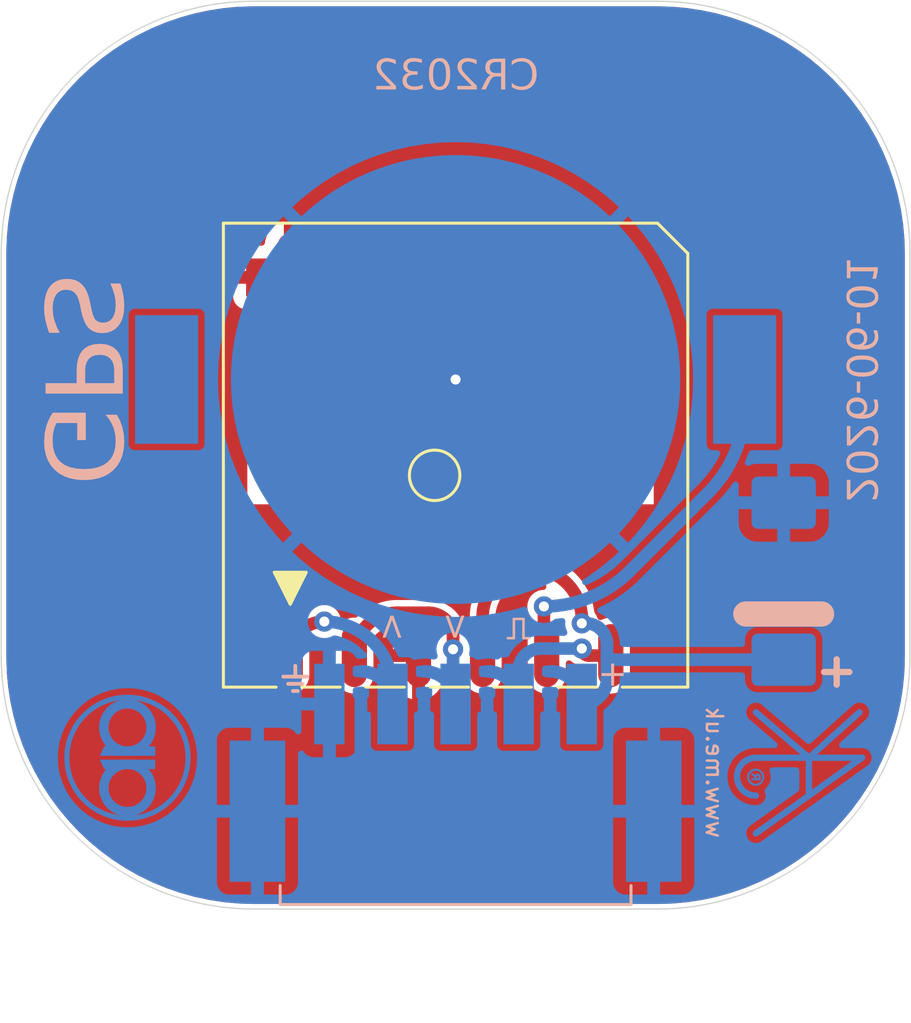
<source format=kicad_pcb>
(kicad_pcb (version 20221018) (generator pcbnew)
  (title_block (title "GPS reference") (date "${DATE}") (rev "5") (company "Adrian Kennard Andrews & Arnold Ltd") (comment 1 "www.me.uk") (comment 2 "@TheRealRevK"))
  (layers (0 "F.Cu" signal) (31 "B.Cu" signal) (34 "B.Paste" user) (35 "F.Paste" user) (36 "B.SilkS" user "B.Silkscreen") (37 "F.SilkS" user "F.Silkscreen") (38 "B.Mask" user) (39 "F.Mask" user) (44 "Edge.Cuts" user))
  (property "DATE" "2023-03-25")
  (net 0 "")
  (net 1 "GND")
  (net 2 "Net-(J1-Pin_2)")
  (net 3 "Net-(J1-Pin_3)")
  (net 4 "Net-(J1-Pin_4)")
  (net 5 "Net-(J1-Pin_5)")
  (net 6 "BAT")
  (footprint "RevK:L86-M33" (layer "F.Cu") (at 100 100 -90)
    (fp_text reference "U1" hide)
    (fp_text value "L86-M33")
    (fp_line (start -9.2 9.2) (end -9.2 -8) (stroke (width 0.12)) (layer "F.SilkS"))
    (fp_line (start -9.2 9.2) (end 9.2 9.2) (stroke (width 0.12)) (layer "F.SilkS"))
    (fp_line (start -8 -9.2) (end -9.2 -8) (stroke (width 0.12)) (layer "F.SilkS"))
    (fp_line (start -8 -9.2) (end 9.2 -9.2) (stroke (width 0.12)) (layer "F.SilkS"))
    (fp_line (start 9.2 -9.2) (end 9.2 -6.604) (stroke (width 0.12)) (layer "F.SilkS"))
    (fp_line (start 9.2 -5.6) (end 9.2 -4.064) (stroke (width 0.12)) (layer "F.SilkS"))
    (fp_line (start 9.2 -3) (end 9.2 -1.524) (stroke (width 0.12)) (layer "F.SilkS"))
    (fp_line (start 9.2 -0.508) (end 9.2 1) (stroke (width 0.12)) (layer "F.SilkS"))
    (fp_line (start 9.2 2.032) (end 9.2 3.556) (stroke (width 0.12)) (layer "F.SilkS"))
    (fp_line (start 9.2 4.572) (end 9.2 6.096) (stroke (width 0.12)) (layer "F.SilkS"))
    (fp_line (start 9.2 9.2) (end 9.2 7.112) (stroke (width 0.12)) (layer "F.SilkS"))
    (fp_circle (center 0.8 0.83) (end 1.8 0.83) (stroke (width 0.12)) (fill none) (layer "F.SilkS"))
    (fp_poly (pts (xy 5.915 6.55) (xy 4.645 7.185) (xy 4.645 5.915)) (stroke (width 0.12)) (fill solid) (layer "F.SilkS"))
    (pad "1" smd roundrect (at 7.95 6.55 270) (size 2.5 1) (layers "F.Cu" "F.Mask") (roundrect_rratio 0.5) (net 2 "Net-(J1-Pin_2)"))
    (pad "2" smd roundrect (at 7.95 4.01 270) (size 2.5 1) (layers "F.Cu" "F.Mask") (roundrect_rratio 0.5) (net 3 "Net-(J1-Pin_3)"))
    (pad "3" smd roundrect (at 7.95 1.47 270) (size 2.5 1) (layers "F.Cu" "F.Mask") (roundrect_rratio 0.5) (net 1 "GND"))
    (pad "4" smd roundrect (at 7.95 -1.07 270) (size 2.5 1) (layers "F.Cu" "F.Mask") (roundrect_rratio 0.5) (net 5 "Net-(J1-Pin_5)"))
    (pad "5" smd roundrect (at 7.95 -3.61 270) (size 2.5 1) (layers "F.Cu" "F.Mask") (roundrect_rratio 0.5) (net 6 "BAT"))
    (pad "6" smd roundrect (at 7.95 -6.15 270) (size 2.5 1) (layers "F.Cu" "F.Mask") (roundrect_rratio 0.5) (net 4 "Net-(J1-Pin_4)"))
    (pad "7" smd roundrect (at -7.55 -6.15 270) (size 2.5 1) (layers "F.Cu" "F.Mask") (roundrect_rratio 0.5))
    (pad "8" smd roundrect (at -7.55 -3.61 270) (size 2.5 1) (layers "F.Cu" "F.Mask") (roundrect_rratio 0.5))
    (pad "9" smd roundrect (at -7.55 -1.07 270) (size 2.5 1) (layers "F.Cu" "F.Mask") (roundrect_rratio 0.5))
    (pad "10" smd roundrect (at -7.55 1.47 270) (size 2.5 1) (layers "F.Cu" "F.Mask") (roundrect_rratio 0.5))
    (pad "11" smd roundrect (at -7.55 4.01 270) (size 2.5 1) (layers "F.Cu" "F.Mask") (roundrect_rratio 0.5))
    (pad "12" smd roundrect (at -7.55 6.55 270) (size 2.5 1) (layers "F.Cu" "F.Mask") (roundrect_rratio 0.5) (net 1 "GND"))
    (pad "12" smd rect (at -7.05 7.175 270) (size 1.5 2.25) (layers "F.Cu" "F.Mask") (net 1 "GND"))
    (zone (net 0) (net_name "") (layer "F.Cu") (connect_pads (clearance 0)) (min_thickness 0.254)
      (keepout (tracks not_allowed) (vias not_allowed) (pads not_allowed) (copperpour not_allowed) (footprints not_allowed))
      (fill (thermal_gap 0.508) (thermal_bridge_width 0.508))
      (polygon (pts (xy 91.75 101.95) (xy 91.75 99.7) (xy 93 99.7) (xy 93 101.95)))
    )
    (zone (net 0) (net_name "") (layer "F.Cu") (connect_pads (clearance 0)) (min_thickness 0.254)
      (keepout (tracks not_allowed) (vias not_allowed) (pads not_allowed) (copperpour not_allowed) (footprints not_allowed))
      (fill (thermal_gap 0.508) (thermal_bridge_width 0.508))
      (polygon (pts (xy 106.6 101.95) (xy 106.6 99.7) (xy 107.85 99.7) (xy 107.85 101.95)))
    )
    (zone (net 0) (net_name "") (layer "F.Cu") (connect_pads (clearance 0)) (min_thickness 0.254)
      (keepout (tracks not_allowed) (vias not_allowed) (pads not_allowed) (copperpour not_allowed) (footprints allowed))
      (fill (thermal_gap 0.508) (thermal_bridge_width 0.508))
      (polygon (pts (xy 99.6 101.9) (xy 98.75 101.9) (xy 98.1 101.25) (xy 98.1 100.35) (xy 98.75 99.7) (xy 99.6 99.7) (xy 100.25 100.35) (xy 100.25 101.25)))
    )
  )
  (footprint "RevK:DFN1006-2L" (layer "B.Cu") (at 96.25 109 -90)
    (fp_text reference "D3" hide)
    (fp_text value "~")
    (pad "1" smd roundrect (at -0.425 0 270) (size 0.45 0.65) (layers "B.Cu" "B.Paste" "B.Mask") (net 2 "Net-(J1-Pin_2)"))
    (pad "2" smd roundrect (at 0.425 0 270) (size 0.45 0.65) (layers "B.Cu" "B.Paste" "B.Mask") (net 1 "GND"))
  )
  (footprint "RevK:DFN1006-2L" (layer "B.Cu") (at 103.75 109 -90)
    (fp_text reference "D4" hide)
    (fp_text value "~")
    (pad "1" smd roundrect (at -0.425 0 270) (size 0.45 0.65) (layers "B.Cu" "B.Paste" "B.Mask") (net 5 "Net-(J1-Pin_5)"))
    (pad "2" smd roundrect (at 0.425 0 270) (size 0.45 0.65) (layers "B.Cu" "B.Paste" "B.Mask") (net 1 "GND"))
  )
  (footprint "RevK:DFN1006-2L" (layer "B.Cu") (at 98.75 109 -90)
    (fp_text reference "D1" hide)
    (fp_text value "~")
    (pad "1" smd roundrect (at -0.425 0 270) (size 0.45 0.65) (layers "B.Cu" "B.Paste" "B.Mask") (net 3 "Net-(J1-Pin_3)"))
    (pad "2" smd roundrect (at 0.425 0 270) (size 0.45 0.65) (layers "B.Cu" "B.Paste" "B.Mask") (net 1 "GND"))
  )
  (footprint "RevK:AA" (layer "B.Cu") (at 87 112 90)
    (fp_text reference "Logo1" hide)
    (fp_text value "AA" hide)
    (fp_circle (center -1.2 0) (end -0.2625 0) (stroke (width 0.375)) (fill none) (layer "B.Cu"))
    (fp_circle (center 0 0) (end 2.4 0) (stroke (width 0.2)) (fill none) (layer "B.Cu"))
    (fp_circle (center 1.2 0) (end 2.1375 0) (stroke (width 0.375)) (fill none) (layer "B.Cu"))
    (fp_poly (pts (xy -0.075 -1.1) (xy -0.45 -0.925) (xy -0.45 1.1) (xy -0.075 1.1)) (fill solid) (layer "B.Cu"))
    (fp_poly (pts (xy 0.45 -0.925) (xy 0.075 -1.1) (xy 0.075 1.1) (xy 0.45 1.1)) (fill solid) (layer "B.Cu"))
  )
  (footprint "RevK:Battery-Holder-2032" (layer "B.Cu") (at 100 97 180)
    (fp_text reference "BT1" hide)
    (fp_text value "Battery_Cell")
    (pad "" smd rect (at 11.45 0 180) (size 2.5 5.1) (layers "B.Cu" "B.Mask"))
    (pad "1" smd rect (at -11.45 0 180) (size 2.5 5.1) (layers "B.Cu" "B.Mask") (net 6 "BAT"))
    (pad "2" smd circle (at 0 0 180) (size 17.8 17.8) (layers "B.Cu" "B.Mask") (net 1 "GND"))
  )
  (footprint "RevK:PTSM-HH-5-RA-P-SMD" (layer "B.Cu") (at 100 109.87 180)
    (fp_text reference "J1" hide)
    (fp_text value "Conn_01x05")
    (fp_line (start -6.95 -7.95) (end -6.95 -7.2) (stroke (width 0.12)) (layer "B.SilkS"))
    (fp_line (start -6.95 -7.95) (end 6.95 -7.95) (stroke (width 0.12)) (layer "B.SilkS"))
    (fp_line (start 6.95 -7.95) (end 6.95 -7.2) (stroke (width 0.12)) (layer "B.SilkS"))
    (pad "1" smd rect (at 5 0 180) (size 1.2 3.2) (layers "B.Cu" "B.Paste" "B.Mask") (net 1 "GND"))
    (pad "2" smd rect (at 2.5 0 180) (size 1.2 3.2) (layers "B.Cu" "B.Paste" "B.Mask") (net 2 "Net-(J1-Pin_2)"))
    (pad "3" smd rect (at 0 0 180) (size 1.2 3.2) (layers "B.Cu" "B.Paste" "B.Mask") (net 3 "Net-(J1-Pin_3)"))
    (pad "4" smd rect (at -2.5 0 180) (size 1.2 3.2) (layers "B.Cu" "B.Paste" "B.Mask") (net 4 "Net-(J1-Pin_4)"))
    (pad "5" smd rect (at -5 0 180) (size 1.2 3.2) (layers "B.Cu" "B.Paste" "B.Mask") (net 5 "Net-(J1-Pin_5)"))
    (pad "6" smd rect (at -7.85 -4.25 180) (size 2.2 5.6) (layers "B.Cu" "B.Paste" "B.Mask") (net 1 "GND"))
    (pad "7" smd rect (at 7.85 -4.25 180) (size 2.2 5.6) (layers "B.Cu" "B.Paste" "B.Mask") (net 1 "GND"))
  )
  (footprint "RevK:DFN1006-2L" (layer "B.Cu") (at 101.25 109 -90)
    (fp_text reference "D2" hide)
    (fp_text value "~")
    (pad "1" smd roundrect (at -0.425 0 270) (size 0.45 0.65) (layers "B.Cu" "B.Paste" "B.Mask") (net 4 "Net-(J1-Pin_4)"))
    (pad "2" smd roundrect (at 0.425 0 270) (size 0.45 0.65) (layers "B.Cu" "B.Paste" "B.Mask") (net 1 "GND"))
  )
  (footprint "RevK:CP_EIA-7343-31_Kemet-D" (layer "B.Cu") (at 113 105 90)
    (fp_text reference "C1" hide)
    (fp_text value "C_Polarized")
    (fp_line (start -4.1 2.1) (end -3.1 2.1) (stroke (width 0.25)) (layer "B.SilkS"))
    (fp_line (start -3.6 2.6) (end -3.6 1.6) (stroke (width 0.25)) (layer "B.SilkS"))
    (fp_line (start -1.3 1.5) (end -1.3 -1.5) (stroke (width 1)) (layer "B.SilkS"))
    (pad "1" smd roundrect (at -3.1125 0 90) (size 2.075 2.55) (layers "B.Cu" "B.Paste" "B.Mask") (roundrect_rratio 0.1204819277) (net 5 "Net-(J1-Pin_5)"))
    (pad "2" smd roundrect (at 3.1125 0 90) (size 2.075 2.55) (layers "B.Cu" "B.Paste" "B.Mask") (roundrect_rratio 0.1204819277) (net 1 "GND"))
  )
  (footprint "RevK:AJK" (layer "B.Cu") (at 114 112 90)
    (fp_text reference "Logo2" hide)
    (fp_text value "AJK" hide)
    (fp_text user "www.me.uk" (at -0.58 -3.75 -90 unlocked) (layer "B.SilkS") (effects (font (size 0.65 0.65) (thickness 0.1)) (justify mirror)))
    (fp_line (start -0.85 -2.11) (end -0.75 -2.11) (stroke (width 0.08)) (layer "B.Cu"))
    (fp_line (start -0.85 -1.95) (end -0.85 -2.25) (stroke (width 0.08)) (layer "B.Cu"))
    (fp_line (start -0.85 -1.95) (end -0.75 -1.95) (stroke (width 0.08)) (layer "B.Cu"))
    (fp_line (start -0.75 -2.11) (end -0.65 -2.25) (stroke (width 0.08)) (layer "B.Cu"))
    (fp_line (start 0 0) (end -1.5 0) (stroke (width 0.25)) (layer "B.Cu"))
    (fp_line (start 0 0) (end 1.8 -2.1) (stroke (width 0.25)) (layer "B.Cu"))
    (fp_line (start 0 2.1) (end -3 -2.1) (stroke (width 0.25)) (layer "B.Cu"))
    (fp_line (start 0 2.1) (end 0 -2.1) (stroke (width 0.25)) (layer "B.Cu"))
    (fp_line (start 1.8 2) (end 0 0) (stroke (width 0.25)) (layer "B.Cu"))
    (fp_arc (start -1.5 -2.1) (mid -0.75 -2.85) (end 0 -2.1) (stroke (width 0.25)) (layer "B.Cu"))
    (fp_arc (start -0.75 -2.11) (mid -0.67 -2.03) (end -0.75 -1.95) (stroke (width 0.08)) (layer "B.Cu"))
    (fp_circle (center -0.77 -2.11) (end -0.47 -2.11) (stroke (width 0.08)) (fill none) (layer "B.Cu"))
  )
  (gr_line (start 118 92) (end 118 108) (stroke (width 0.05)) (layer "Edge.Cuts"))
  (gr_arc (start 118 108) (mid 115.071068 115.071068) (end 108 118) (stroke (width 0.05)) (layer "Edge.Cuts"))
  (gr_line (start 82 108) (end 82 92) (stroke (width 0.05)) (layer "Edge.Cuts"))
  (gr_line (start 92 118) (end 108 118) (stroke (width 0.05)) (layer "Edge.Cuts"))
  (gr_line (start 92 82) (end 108 82) (stroke (width 0.05)) (layer "Edge.Cuts"))
  (gr_arc (start 108 82) (mid 115.071068 84.928932) (end 118 92) (stroke (width 0.05)) (layer "Edge.Cuts"))
  (gr_arc (start 92 118) (mid 84.92893 115.071069) (end 82 108) (stroke (width 0.05)) (layer "Edge.Cuts"))
  (gr_arc (start 82 92) (mid 84.928932 84.928932) (end 92 82) (stroke (width 0.05)) (layer "Edge.Cuts"))
  (gr_text "${CURRENT_DATE}" (at 116 97 270) (layer "B.SilkS") (effects (font (size 1.2 1.2) (thickness 0.05)) (justify mirror)))
  (gr_text "+" (at 106.2 108.7 270) (layer "B.SilkS") (effects (font (size 1 1)) (justify mirror)))
  (gr_text "CR2032" (at 100 85) (layer "B.SilkS") (effects (font (size 1.2 1.2) (thickness 0.05)) (justify mirror)))
  (gr_text ">" (at 100 106.8 90) (layer "B.SilkS") (effects (font (size 1 1)) (justify mirror)))
  (gr_text "⎍" (at 102.5 106.8) (layer "B.SilkS") (effects (font (size 1 1) (thickness 0.1)) (justify mirror)))
  (gr_text "⏚" (at 93.65 108.9) (layer "B.SilkS") (effects (font (size 1 1)) (justify mirror)))
  (gr_text "<" (at 97.5 106.8 90) (layer "B.SilkS") (effects (font (size 1 1)) (justify mirror)))
  (gr_text "GPS" (at 85 97 270) (layer "B.SilkS") (effects (font (size 3 3)) (justify mirror)))
  (via (at 100 97) (size 0.8) (drill 0.4) (layers "F.Cu" "B.Cu") (net 1))
  (segment (start 101.25 109.425) (end 101.25 112.5) (width 0.5) (layer "B.Cu") (net 1))
  (segment (start 96.25 109.425) (end 96.25 112.5) (width 0.5) (layer "B.Cu") (net 1))
  (segment (start 98.75 109.425) (end 98.75 112.5) (width 0.5) (layer "B.Cu") (net 1))
  (segment (start 103.75 109.425) (end 103.75 112.5) (width 0.5) (layer "B.Cu") (net 1))
  (segment (start 95 109.87) (end 95 109.825) (width 0.5) (layer "B.Cu") (net 1))
  (via (at 94.8 106.6) (size 0.8) (drill 0.4) (layers "F.Cu" "B.Cu") (net 2))
  (arc (start 93.45 107.95) (mid 93.845406 106.995406) (end 94.8 106.6) (width 0.5) (layer "F.Cu") (net 2))
  (segment (start 97.5 109.87) (end 97.5 109.825) (width 0.5) (layer "B.Cu") (net 2))
  (arc (start 97.5 109.825) (mid 97.133883 108.941117) (end 96.25 108.575) (width 0.5) (layer "B.Cu") (net 2))
  (arc (start 94.8 106.6) (mid 96.709188 107.390812) (end 97.5 109.3) (width 0.5) (layer "B.Cu") (net 2))
  (segment (start 99.9 107.7) (end 99.9 107.226495) (width 0.5) (layer "F.Cu") (net 3))
  (segment (start 98.923504 106.249999) (end 97.690001 106.249999) (width 0.5) (layer "F.Cu") (net 3))
  (via (at 99.9 107.7) (size 0.8) (drill 0.4) (layers "F.Cu" "B.Cu") (net 3))
  (arc (start 97.690001 106.249999) (mid 96.487919 106.747918) (end 95.99 107.95) (width 0.5) (layer "F.Cu") (net 3))
  (arc (start 99.9 107.226495) (mid 99.613991 106.536008) (end 98.923504 106.249999) (width 0.5) (layer "F.Cu") (net 3))
  (segment (start 100 109.87) (end 100 109.825) (width 0.5) (layer "B.Cu") (net 3))
  (segment (start 99.9 107.7) (end 99.9 109.77) (width 0.5) (layer "B.Cu") (net 3))
  (arc (start 100 109.825) (mid 99.633883 108.941117) (end 98.75 108.575) (width 0.5) (layer "B.Cu") (net 3))
  (segment (start 106.15 107.95) (end 105.279502 107.95) (width 0.5) (layer "F.Cu") (net 4))
  (via (at 105 107.670498) (size 0.8) (drill 0.4) (layers "F.Cu" "B.Cu") (net 4))
  (arc (start 105.279502 107.95) (mid 105.081864 107.868136) (end 105 107.670498) (width 0.5) (layer "F.Cu") (net 4))
  (segment (start 102.5 109.87) (end 102.5 109.825) (width 0.5) (layer "B.Cu") (net 4))
  (segment (start 102.5 108.53968) (end 102.5 109.87) (width 0.5) (layer "B.Cu") (net 4))
  (segment (start 105 107.670498) (end 103.369182 107.670498) (width 0.5) (layer "B.Cu") (net 4))
  (arc (start 102.5 109.825) (mid 102.133883 108.941117) (end 101.25 108.575) (width 0.5) (layer "B.Cu") (net 4))
  (arc (start 103.369182 107.670498) (mid 102.754578 107.925076) (end 102.5 108.53968) (width 0.5) (layer "B.Cu") (net 4))
  (segment (start 101.07 107.95) (end 101.07 106.43) (width 0.5) (layer "F.Cu") (net 5))
  (segment (start 104.998127 106.669122) (end 105 106.670995) (width 0.5) (layer "F.Cu") (net 5))
  (segment (start 104.998127 106.369036) (end 104.998127 106.669122) (width 0.5) (layer "F.Cu") (net 5))
  (via (at 105 106.670995) (size 0.8) (drill 0.4) (layers "F.Cu" "B.Cu") (net 5))
  (arc (start 103 104.5) (mid 104.367185 105.040272) (end 104.998127 106.369036) (width 0.5) (layer "F.Cu") (net 5))
  (arc (start 101.07 106.43) (mid 101.635284 105.065284) (end 103 104.5) (width 0.5) (layer "F.Cu") (net 5))
  (segment (start 106 108) (end 106 108.87) (width 0.5) (layer "B.Cu") (net 5))
  (segment (start 106.1125 108.1125) (end 113 108.1125) (width 0.5) (layer "B.Cu") (net 5))
  (segment (start 105 109.87) (end 105 109.825) (width 0.5) (layer "B.Cu") (net 5))
  (segment (start 106 107.5) (end 106 108) (width 0.5) (layer "B.Cu") (net 5))
  (segment (start 105 106.670995) (end 105.170995 106.670995) (width 0.5) (layer "B.Cu") (net 5))
  (segment (start 106 108) (end 106.1125 108.1125) (width 0.5) (layer "B.Cu") (net 5))
  (arc (start 105 109.825) (mid 104.633883 108.941117) (end 103.75 108.575) (width 0.5) (layer "B.Cu") (net 5))
  (arc (start 105.170995 106.670995) (mid 105.75719 106.913805) (end 106 107.5) (width 0.5) (layer "B.Cu") (net 5))
  (arc (start 106 108.87) (mid 105.707107 109.577107) (end 105 109.87) (width 0.5) (layer "B.Cu") (net 5))
  (segment (start 103.5 106) (end 103.5 107.84) (width 0.5) (layer "F.Cu") (net 6))
  (via (at 103.5 106) (size 0.8) (drill 0.4) (layers "F.Cu" "B.Cu") (net 6))
  (segment (start 106.914213 104.585786) (end 110 101.5) (width 0.5) (layer "B.Cu") (net 6))
  (arc (start 110 101.5) (mid 111.073157 99.893907) (end 111.45 97.999391) (width 0.5) (layer "B.Cu") (net 6))
  (arc (start 103.5 106) (mid 105.347759 105.632458) (end 106.914213 104.585786) (width 0.5) (layer "B.Cu") (net 6))
  (zone (net 1) (net_name "GND") (layers "F&B.Cu") (connect_pads (clearance 0.254)) (min_thickness 0.254) (fill yes (thermal_gap 0.508) (thermal_bridge_width 0.508))
    (polygon (pts (xy 118 119) (xy 82 119) (xy 82 82) (xy 118 82)))
  )
)
</source>
